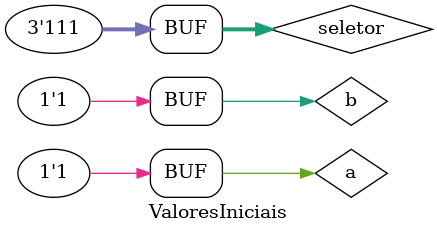
<source format=v>

module A (output s0, s1, input x,y);
    not not1(s0, x);
	nor not2 (s1, y);


endmodule

module B (output s0, s1, input x,y);
    
	and AND1(s0, x, y);
	nand NAND1 (s1, x, y);
	
endmodule

module C (output s0, s1, input x,y);
    
	or OR1(s0, x, y);
	nor NOR1 (s1, x, y);
	
endmodule

module D (output s0, s1, input x,y);
    
	xor  XOR1(s0, x, y);
	xnor XNOR1 (s1, x, y);
	
endmodule

module MUX(output s0, input x,y, seletor);
    wire  notseletor, sa1, sa2;
    
    
    not NOT1 (notseletor, seletor);
    and AND1(sa1, x, seletor);
    and AND2(sa2, y, notseletor);
    or OR1  (s0, sa1, sa2);
    
endmodule    

module E3(output s0, input x, y, seletor1, seletor2, seletor3);

    wire n1, n2, nand1, and1, ono1, ono2, xo1, xo2, m1, m2, m3, m4, m5, m6;
    
    A A1(n1, n2, x, y);
    B B1(and1, nand2, x, y);
    C C1(ono1, ono2, x, y);
    D D1(xo1, xo2, x, y);
    MUX MUX1(m1, n1, n2, seletor1);
    MUX MUX2(m2, ono2, ono1, seletor1);
    MUX MUX3(m3, m1, m2, seletor2);
    MUX MUX4(m4, and1, nand2, seletor1);
    MUX MUX5(m5, xo2, xo1, seletor1);
    MUX MUX6(m6, m4, m5, seletor2);
    MUX FINAL(s0, m3, m6, seletor3);
    
endmodule
    
module ValoresIniciais;

reg a, b;
reg [2:0] seletor;
wire s0;

E3 ME3 (s0, a, b, seletor[0], seletor[1], seletor[2]);
initial
begin : start

	a = 1'bx;
	b = 1'bx;
	seletor = 2'bxx;

end

initial
begin : main

	$display("Exemplo_0705 - Larissa Gomes - 650525");
	$display("Expressoes booleanas");
	
	#1 a = 0; b = 0; seletor = 000;
	$display("seletor   a  b  =  s0  ");
    $monitor("%2B      %2b %2b  = %2b ",seletor, a, b, s0);
		
	#1 a = 0; b = 1; seletor = 000;
	#1 a = 1; b = 0; seletor = 000;
	#1 a = 1; b = 1; seletor = 000;
	
	#1 a = 0; b = 0; seletor = 001;
	#1 a = 0; b = 1; seletor = 001;
	#1 a = 1; b = 0; seletor = 001;
	#1 a = 1; b = 1; seletor = 001;
	
	#1 a = 0; b = 0; seletor = 010;
	#1 a = 0; b = 1; seletor = 010;
	#1 a = 1; b = 0; seletor = 010;
	#1 a = 1; b = 1; seletor = 010;
	
	#1 a = 0; b = 0; seletor = 011;
	#1 a = 0; b = 1; seletor = 011;
	#1 a = 1; b = 0; seletor = 011;
	#1 a = 1; b = 1; seletor = 011;
	
	#1 a = 0; b = 0; seletor = 100;
	#1 a = 0; b = 1; seletor = 100;
	#1 a = 1; b = 0; seletor = 100;
	#1 a = 1; b = 1; seletor = 100;
	
	#1 a = 0; b = 0; seletor = 101;
	#1 a = 0; b = 1; seletor = 101;
	#1 a = 1; b = 0; seletor = 101;
	#1 a = 1; b = 1; seletor = 101;

	#1 a = 0; b = 0; seletor = 110;
	#1 a = 0; b = 1; seletor = 110;
	#1 a = 1; b = 0; seletor = 110;
	#1 a = 1; b = 1; seletor = 110;
	
	#1 a = 0; b = 0; seletor = 111;
	#1 a = 0; b = 1; seletor = 111;
	#1 a = 1; b = 0; seletor = 111;
	#1 a = 1; b = 1; seletor = 111;
end
endmodule
</source>
